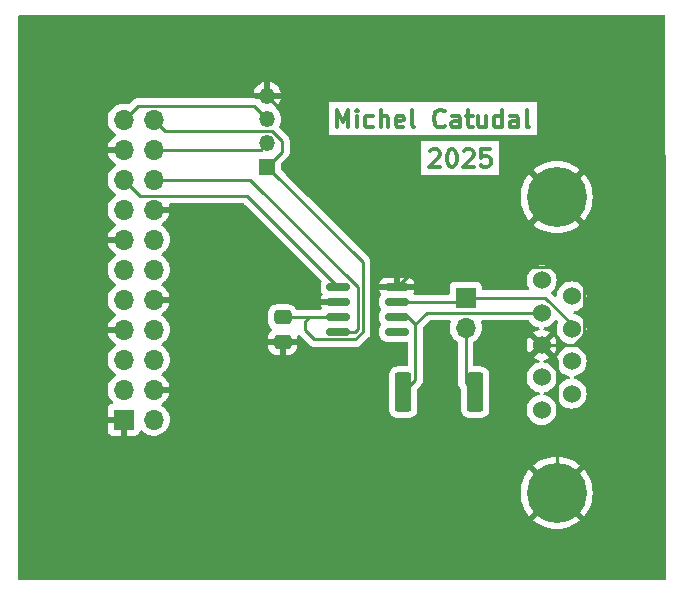
<source format=gtl>
G04 #@! TF.GenerationSoftware,KiCad,Pcbnew,8.0.6*
G04 #@! TF.CreationDate,2024-12-29T11:18:31-05:00*
G04 #@! TF.ProjectId,Beagley-ai-1CAN,42656167-6c65-4792-9d61-692d3143414e,rev?*
G04 #@! TF.SameCoordinates,Original*
G04 #@! TF.FileFunction,Copper,L1,Top*
G04 #@! TF.FilePolarity,Positive*
%FSLAX46Y46*%
G04 Gerber Fmt 4.6, Leading zero omitted, Abs format (unit mm)*
G04 Created by KiCad (PCBNEW 8.0.6) date 2024-12-29 11:18:31*
%MOMM*%
%LPD*%
G01*
G04 APERTURE LIST*
G04 Aperture macros list*
%AMRoundRect*
0 Rectangle with rounded corners*
0 $1 Rounding radius*
0 $2 $3 $4 $5 $6 $7 $8 $9 X,Y pos of 4 corners*
0 Add a 4 corners polygon primitive as box body*
4,1,4,$2,$3,$4,$5,$6,$7,$8,$9,$2,$3,0*
0 Add four circle primitives for the rounded corners*
1,1,$1+$1,$2,$3*
1,1,$1+$1,$4,$5*
1,1,$1+$1,$6,$7*
1,1,$1+$1,$8,$9*
0 Add four rect primitives between the rounded corners*
20,1,$1+$1,$2,$3,$4,$5,0*
20,1,$1+$1,$4,$5,$6,$7,0*
20,1,$1+$1,$6,$7,$8,$9,0*
20,1,$1+$1,$8,$9,$2,$3,0*%
G04 Aperture macros list end*
%ADD10C,0.300000*%
G04 #@! TA.AperFunction,NonConductor*
%ADD11C,0.300000*%
G04 #@! TD*
G04 #@! TA.AperFunction,SMDPad,CuDef*
%ADD12RoundRect,0.250000X-0.475000X0.337500X-0.475000X-0.337500X0.475000X-0.337500X0.475000X0.337500X0*%
G04 #@! TD*
G04 #@! TA.AperFunction,ComponentPad*
%ADD13R,1.700000X1.700000*%
G04 #@! TD*
G04 #@! TA.AperFunction,ComponentPad*
%ADD14O,1.700000X1.700000*%
G04 #@! TD*
G04 #@! TA.AperFunction,SMDPad,CuDef*
%ADD15RoundRect,0.150000X-0.825000X-0.150000X0.825000X-0.150000X0.825000X0.150000X-0.825000X0.150000X0*%
G04 #@! TD*
G04 #@! TA.AperFunction,SMDPad,CuDef*
%ADD16RoundRect,0.249999X0.450001X1.425001X-0.450001X1.425001X-0.450001X-1.425001X0.450001X-1.425001X0*%
G04 #@! TD*
G04 #@! TA.AperFunction,ComponentPad*
%ADD17R,1.350000X1.350000*%
G04 #@! TD*
G04 #@! TA.AperFunction,ComponentPad*
%ADD18O,1.350000X1.350000*%
G04 #@! TD*
G04 #@! TA.AperFunction,ComponentPad*
%ADD19C,1.524000*%
G04 #@! TD*
G04 #@! TA.AperFunction,ComponentPad*
%ADD20C,5.080000*%
G04 #@! TD*
G04 #@! TA.AperFunction,Conductor*
%ADD21C,0.250000*%
G04 #@! TD*
G04 APERTURE END LIST*
D10*
D11*
X106528571Y-45378328D02*
X106528571Y-43878328D01*
X106528571Y-43878328D02*
X107028571Y-44949757D01*
X107028571Y-44949757D02*
X107528571Y-43878328D01*
X107528571Y-43878328D02*
X107528571Y-45378328D01*
X108242857Y-45378328D02*
X108242857Y-44378328D01*
X108242857Y-43878328D02*
X108171429Y-43949757D01*
X108171429Y-43949757D02*
X108242857Y-44021185D01*
X108242857Y-44021185D02*
X108314286Y-43949757D01*
X108314286Y-43949757D02*
X108242857Y-43878328D01*
X108242857Y-43878328D02*
X108242857Y-44021185D01*
X109600001Y-45306900D02*
X109457143Y-45378328D01*
X109457143Y-45378328D02*
X109171429Y-45378328D01*
X109171429Y-45378328D02*
X109028572Y-45306900D01*
X109028572Y-45306900D02*
X108957143Y-45235471D01*
X108957143Y-45235471D02*
X108885715Y-45092614D01*
X108885715Y-45092614D02*
X108885715Y-44664042D01*
X108885715Y-44664042D02*
X108957143Y-44521185D01*
X108957143Y-44521185D02*
X109028572Y-44449757D01*
X109028572Y-44449757D02*
X109171429Y-44378328D01*
X109171429Y-44378328D02*
X109457143Y-44378328D01*
X109457143Y-44378328D02*
X109600001Y-44449757D01*
X110242857Y-45378328D02*
X110242857Y-43878328D01*
X110885715Y-45378328D02*
X110885715Y-44592614D01*
X110885715Y-44592614D02*
X110814286Y-44449757D01*
X110814286Y-44449757D02*
X110671429Y-44378328D01*
X110671429Y-44378328D02*
X110457143Y-44378328D01*
X110457143Y-44378328D02*
X110314286Y-44449757D01*
X110314286Y-44449757D02*
X110242857Y-44521185D01*
X112171429Y-45306900D02*
X112028572Y-45378328D01*
X112028572Y-45378328D02*
X111742858Y-45378328D01*
X111742858Y-45378328D02*
X111600000Y-45306900D01*
X111600000Y-45306900D02*
X111528572Y-45164042D01*
X111528572Y-45164042D02*
X111528572Y-44592614D01*
X111528572Y-44592614D02*
X111600000Y-44449757D01*
X111600000Y-44449757D02*
X111742858Y-44378328D01*
X111742858Y-44378328D02*
X112028572Y-44378328D01*
X112028572Y-44378328D02*
X112171429Y-44449757D01*
X112171429Y-44449757D02*
X112242858Y-44592614D01*
X112242858Y-44592614D02*
X112242858Y-44735471D01*
X112242858Y-44735471D02*
X111528572Y-44878328D01*
X113100000Y-45378328D02*
X112957143Y-45306900D01*
X112957143Y-45306900D02*
X112885714Y-45164042D01*
X112885714Y-45164042D02*
X112885714Y-43878328D01*
X115671428Y-45235471D02*
X115600000Y-45306900D01*
X115600000Y-45306900D02*
X115385714Y-45378328D01*
X115385714Y-45378328D02*
X115242857Y-45378328D01*
X115242857Y-45378328D02*
X115028571Y-45306900D01*
X115028571Y-45306900D02*
X114885714Y-45164042D01*
X114885714Y-45164042D02*
X114814285Y-45021185D01*
X114814285Y-45021185D02*
X114742857Y-44735471D01*
X114742857Y-44735471D02*
X114742857Y-44521185D01*
X114742857Y-44521185D02*
X114814285Y-44235471D01*
X114814285Y-44235471D02*
X114885714Y-44092614D01*
X114885714Y-44092614D02*
X115028571Y-43949757D01*
X115028571Y-43949757D02*
X115242857Y-43878328D01*
X115242857Y-43878328D02*
X115385714Y-43878328D01*
X115385714Y-43878328D02*
X115600000Y-43949757D01*
X115600000Y-43949757D02*
X115671428Y-44021185D01*
X116957143Y-45378328D02*
X116957143Y-44592614D01*
X116957143Y-44592614D02*
X116885714Y-44449757D01*
X116885714Y-44449757D02*
X116742857Y-44378328D01*
X116742857Y-44378328D02*
X116457143Y-44378328D01*
X116457143Y-44378328D02*
X116314285Y-44449757D01*
X116957143Y-45306900D02*
X116814285Y-45378328D01*
X116814285Y-45378328D02*
X116457143Y-45378328D01*
X116457143Y-45378328D02*
X116314285Y-45306900D01*
X116314285Y-45306900D02*
X116242857Y-45164042D01*
X116242857Y-45164042D02*
X116242857Y-45021185D01*
X116242857Y-45021185D02*
X116314285Y-44878328D01*
X116314285Y-44878328D02*
X116457143Y-44806900D01*
X116457143Y-44806900D02*
X116814285Y-44806900D01*
X116814285Y-44806900D02*
X116957143Y-44735471D01*
X117457143Y-44378328D02*
X118028571Y-44378328D01*
X117671428Y-43878328D02*
X117671428Y-45164042D01*
X117671428Y-45164042D02*
X117742857Y-45306900D01*
X117742857Y-45306900D02*
X117885714Y-45378328D01*
X117885714Y-45378328D02*
X118028571Y-45378328D01*
X119171429Y-44378328D02*
X119171429Y-45378328D01*
X118528571Y-44378328D02*
X118528571Y-45164042D01*
X118528571Y-45164042D02*
X118600000Y-45306900D01*
X118600000Y-45306900D02*
X118742857Y-45378328D01*
X118742857Y-45378328D02*
X118957143Y-45378328D01*
X118957143Y-45378328D02*
X119100000Y-45306900D01*
X119100000Y-45306900D02*
X119171429Y-45235471D01*
X120528572Y-45378328D02*
X120528572Y-43878328D01*
X120528572Y-45306900D02*
X120385714Y-45378328D01*
X120385714Y-45378328D02*
X120100000Y-45378328D01*
X120100000Y-45378328D02*
X119957143Y-45306900D01*
X119957143Y-45306900D02*
X119885714Y-45235471D01*
X119885714Y-45235471D02*
X119814286Y-45092614D01*
X119814286Y-45092614D02*
X119814286Y-44664042D01*
X119814286Y-44664042D02*
X119885714Y-44521185D01*
X119885714Y-44521185D02*
X119957143Y-44449757D01*
X119957143Y-44449757D02*
X120100000Y-44378328D01*
X120100000Y-44378328D02*
X120385714Y-44378328D01*
X120385714Y-44378328D02*
X120528572Y-44449757D01*
X121885715Y-45378328D02*
X121885715Y-44592614D01*
X121885715Y-44592614D02*
X121814286Y-44449757D01*
X121814286Y-44449757D02*
X121671429Y-44378328D01*
X121671429Y-44378328D02*
X121385715Y-44378328D01*
X121385715Y-44378328D02*
X121242857Y-44449757D01*
X121885715Y-45306900D02*
X121742857Y-45378328D01*
X121742857Y-45378328D02*
X121385715Y-45378328D01*
X121385715Y-45378328D02*
X121242857Y-45306900D01*
X121242857Y-45306900D02*
X121171429Y-45164042D01*
X121171429Y-45164042D02*
X121171429Y-45021185D01*
X121171429Y-45021185D02*
X121242857Y-44878328D01*
X121242857Y-44878328D02*
X121385715Y-44806900D01*
X121385715Y-44806900D02*
X121742857Y-44806900D01*
X121742857Y-44806900D02*
X121885715Y-44735471D01*
X122814286Y-45378328D02*
X122671429Y-45306900D01*
X122671429Y-45306900D02*
X122600000Y-45164042D01*
X122600000Y-45164042D02*
X122600000Y-43878328D01*
D10*
D11*
X114428572Y-47371185D02*
X114500000Y-47299757D01*
X114500000Y-47299757D02*
X114642858Y-47228328D01*
X114642858Y-47228328D02*
X115000000Y-47228328D01*
X115000000Y-47228328D02*
X115142858Y-47299757D01*
X115142858Y-47299757D02*
X115214286Y-47371185D01*
X115214286Y-47371185D02*
X115285715Y-47514042D01*
X115285715Y-47514042D02*
X115285715Y-47656900D01*
X115285715Y-47656900D02*
X115214286Y-47871185D01*
X115214286Y-47871185D02*
X114357143Y-48728328D01*
X114357143Y-48728328D02*
X115285715Y-48728328D01*
X116214286Y-47228328D02*
X116357143Y-47228328D01*
X116357143Y-47228328D02*
X116500000Y-47299757D01*
X116500000Y-47299757D02*
X116571429Y-47371185D01*
X116571429Y-47371185D02*
X116642857Y-47514042D01*
X116642857Y-47514042D02*
X116714286Y-47799757D01*
X116714286Y-47799757D02*
X116714286Y-48156900D01*
X116714286Y-48156900D02*
X116642857Y-48442614D01*
X116642857Y-48442614D02*
X116571429Y-48585471D01*
X116571429Y-48585471D02*
X116500000Y-48656900D01*
X116500000Y-48656900D02*
X116357143Y-48728328D01*
X116357143Y-48728328D02*
X116214286Y-48728328D01*
X116214286Y-48728328D02*
X116071429Y-48656900D01*
X116071429Y-48656900D02*
X116000000Y-48585471D01*
X116000000Y-48585471D02*
X115928571Y-48442614D01*
X115928571Y-48442614D02*
X115857143Y-48156900D01*
X115857143Y-48156900D02*
X115857143Y-47799757D01*
X115857143Y-47799757D02*
X115928571Y-47514042D01*
X115928571Y-47514042D02*
X116000000Y-47371185D01*
X116000000Y-47371185D02*
X116071429Y-47299757D01*
X116071429Y-47299757D02*
X116214286Y-47228328D01*
X117285714Y-47371185D02*
X117357142Y-47299757D01*
X117357142Y-47299757D02*
X117500000Y-47228328D01*
X117500000Y-47228328D02*
X117857142Y-47228328D01*
X117857142Y-47228328D02*
X118000000Y-47299757D01*
X118000000Y-47299757D02*
X118071428Y-47371185D01*
X118071428Y-47371185D02*
X118142857Y-47514042D01*
X118142857Y-47514042D02*
X118142857Y-47656900D01*
X118142857Y-47656900D02*
X118071428Y-47871185D01*
X118071428Y-47871185D02*
X117214285Y-48728328D01*
X117214285Y-48728328D02*
X118142857Y-48728328D01*
X119499999Y-47228328D02*
X118785713Y-47228328D01*
X118785713Y-47228328D02*
X118714285Y-47942614D01*
X118714285Y-47942614D02*
X118785713Y-47871185D01*
X118785713Y-47871185D02*
X118928571Y-47799757D01*
X118928571Y-47799757D02*
X119285713Y-47799757D01*
X119285713Y-47799757D02*
X119428571Y-47871185D01*
X119428571Y-47871185D02*
X119499999Y-47942614D01*
X119499999Y-47942614D02*
X119571428Y-48085471D01*
X119571428Y-48085471D02*
X119571428Y-48442614D01*
X119571428Y-48442614D02*
X119499999Y-48585471D01*
X119499999Y-48585471D02*
X119428571Y-48656900D01*
X119428571Y-48656900D02*
X119285713Y-48728328D01*
X119285713Y-48728328D02*
X118928571Y-48728328D01*
X118928571Y-48728328D02*
X118785713Y-48656900D01*
X118785713Y-48656900D02*
X118714285Y-48585471D01*
D12*
X101950000Y-61462500D03*
X101950000Y-63537500D03*
D13*
X88490000Y-70120000D03*
D14*
X91030000Y-70120000D03*
X88490000Y-67580000D03*
X91030000Y-67580000D03*
X88490000Y-65040000D03*
X91030000Y-65040000D03*
X88490000Y-62500000D03*
X91030000Y-62500000D03*
X88490000Y-59960000D03*
X91030000Y-59960000D03*
X88490000Y-57420000D03*
X91030000Y-57420000D03*
X88490000Y-54880000D03*
X91030000Y-54880000D03*
X88490000Y-52340000D03*
X91030000Y-52340000D03*
X88490000Y-49800000D03*
X91030000Y-49800000D03*
X88490000Y-47260000D03*
X91030000Y-47260000D03*
X88490000Y-44720000D03*
X91030000Y-44720000D03*
D15*
X106675000Y-58895000D03*
X106675000Y-60165000D03*
X106675000Y-61435000D03*
X106675000Y-62705000D03*
X111625000Y-62705000D03*
X111625000Y-61435000D03*
X111625000Y-60165000D03*
X111625000Y-58895000D03*
D16*
X118250000Y-67800000D03*
X112150000Y-67800000D03*
D17*
X100650000Y-48700000D03*
D18*
X100650000Y-46700000D03*
X100650000Y-44700000D03*
X100650000Y-42700000D03*
D19*
X123880000Y-58313600D03*
X123880000Y-61056800D03*
X123880000Y-63800000D03*
X123880000Y-66543200D03*
X123880000Y-69286400D03*
X126420000Y-59685200D03*
X126420000Y-62428400D03*
X126420000Y-65171600D03*
X126420000Y-67914800D03*
D20*
X125150000Y-51277800D03*
X125150000Y-76322200D03*
D13*
X117450000Y-59800000D03*
D14*
X117450000Y-62340000D03*
D21*
X98637500Y-63537500D02*
X98050000Y-62950000D01*
X101950000Y-63537500D02*
X98637500Y-63537500D01*
X98050000Y-60010000D02*
X98100000Y-59960000D01*
X91030000Y-59960000D02*
X98100000Y-59960000D01*
X98100000Y-59960000D02*
X104610000Y-59960000D01*
X98050000Y-62950000D02*
X98050000Y-60010000D01*
X101950000Y-61462500D02*
X104187500Y-61462500D01*
X104187500Y-61462500D02*
X104215000Y-61435000D01*
X111625000Y-58895000D02*
X113293400Y-57226600D01*
X113293400Y-57226600D02*
X127423400Y-57226600D01*
X100650000Y-42700000D02*
X111625000Y-53675000D01*
X127507000Y-53634800D02*
X127507000Y-59500000D01*
X111625000Y-53675000D02*
X111625000Y-58895000D01*
X127507000Y-62878651D02*
X126585651Y-63800000D01*
X104815000Y-60165000D02*
X106675000Y-60165000D01*
X125150000Y-65070000D02*
X125150000Y-76322200D01*
X127507000Y-59500000D02*
X127507000Y-62878651D01*
X127450000Y-57200000D02*
X127507000Y-57257000D01*
X104610000Y-59960000D02*
X104815000Y-60165000D01*
X127423400Y-57226600D02*
X127450000Y-57200000D01*
X125150000Y-51277800D02*
X127507000Y-53634800D01*
X126585651Y-63800000D02*
X123880000Y-63800000D01*
X123880000Y-63800000D02*
X125150000Y-65070000D01*
X127507000Y-57257000D02*
X127507000Y-59500000D01*
X91030000Y-44720000D02*
X92010000Y-45700000D01*
X108120000Y-63330000D02*
X104630000Y-63330000D01*
X103812500Y-62512500D02*
X103812500Y-61837500D01*
X108750000Y-62700000D02*
X108120000Y-63330000D01*
X101900000Y-47450000D02*
X100650000Y-48700000D01*
X103812500Y-61837500D02*
X104215000Y-61435000D01*
X100650000Y-48700000D02*
X108750000Y-56800000D01*
X108750000Y-56800000D02*
X108750000Y-62700000D01*
X104215000Y-61435000D02*
X106675000Y-61435000D01*
X104630000Y-63330000D02*
X103812500Y-62512500D01*
X92010000Y-45700000D02*
X101064214Y-45700000D01*
X101064214Y-45700000D02*
X101900000Y-46535786D01*
X101900000Y-46535786D02*
X101900000Y-47450000D01*
X112599999Y-61435000D02*
X113200000Y-62035001D01*
X113200000Y-62035001D02*
X114178201Y-61056800D01*
X114178201Y-61056800D02*
X123880000Y-61056800D01*
X111625000Y-61435000D02*
X112599999Y-61435000D01*
X113200000Y-66750000D02*
X112150000Y-67800000D01*
X113200000Y-62035001D02*
X113200000Y-66750000D01*
X88490000Y-44720000D02*
X89665000Y-43545000D01*
X99495000Y-43545000D02*
X100650000Y-44700000D01*
X89665000Y-43545000D02*
X99495000Y-43545000D01*
X91030000Y-47260000D02*
X100090000Y-47260000D01*
X100090000Y-47260000D02*
X100650000Y-46700000D01*
X117450000Y-67000000D02*
X118250000Y-67800000D01*
X117450000Y-62340000D02*
X117450000Y-67000000D01*
X111625000Y-60165000D02*
X117085000Y-60165000D01*
X117085000Y-60165000D02*
X117450000Y-59800000D01*
X126420000Y-62059549D02*
X126420000Y-62428400D01*
X117450000Y-59800000D02*
X124160451Y-59800000D01*
X124160451Y-59800000D02*
X126420000Y-62059549D01*
X108300000Y-58869092D02*
X108300000Y-62450000D01*
X108045000Y-62705000D02*
X106675000Y-62705000D01*
X91030000Y-49800000D02*
X99230908Y-49800000D01*
X99230908Y-49800000D02*
X108300000Y-58869092D01*
X108300000Y-62450000D02*
X108045000Y-62705000D01*
X89855000Y-51165000D02*
X98945000Y-51165000D01*
X88490000Y-49800000D02*
X89855000Y-51165000D01*
X98945000Y-51165000D02*
X106675000Y-58895000D01*
G04 #@! TA.AperFunction,Conductor*
G36*
X134292486Y-35895502D02*
G01*
X134338979Y-35949158D01*
X134350365Y-36001369D01*
X134374500Y-59243383D01*
X134374500Y-83598500D01*
X134354498Y-83666621D01*
X134300842Y-83713114D01*
X134248500Y-83724500D01*
X79651500Y-83724500D01*
X79583379Y-83704498D01*
X79536886Y-83650842D01*
X79525500Y-83598500D01*
X79525500Y-76322200D01*
X122097197Y-76322200D01*
X122116391Y-76664002D01*
X122173735Y-77001506D01*
X122268511Y-77330481D01*
X122399519Y-77646760D01*
X122399522Y-77646765D01*
X122565115Y-77946385D01*
X122763215Y-78225581D01*
X122763231Y-78225601D01*
X122821823Y-78291166D01*
X123816856Y-77296133D01*
X123890688Y-77397754D01*
X124074446Y-77581512D01*
X124176065Y-77655342D01*
X123181032Y-78650375D01*
X123246598Y-78708968D01*
X123246618Y-78708984D01*
X123525814Y-78907084D01*
X123825434Y-79072677D01*
X123825439Y-79072680D01*
X124141718Y-79203688D01*
X124470693Y-79298464D01*
X124808197Y-79355808D01*
X125150000Y-79375002D01*
X125491802Y-79355808D01*
X125829306Y-79298464D01*
X126158281Y-79203688D01*
X126474560Y-79072680D01*
X126474565Y-79072677D01*
X126774185Y-78907084D01*
X127053385Y-78708981D01*
X127053387Y-78708980D01*
X127118965Y-78650375D01*
X126123933Y-77655343D01*
X126225554Y-77581512D01*
X126409312Y-77397754D01*
X126483143Y-77296133D01*
X127478175Y-78291165D01*
X127536780Y-78225587D01*
X127536781Y-78225585D01*
X127734884Y-77946385D01*
X127900477Y-77646765D01*
X127900480Y-77646760D01*
X128031488Y-77330481D01*
X128126264Y-77001506D01*
X128183608Y-76664002D01*
X128202802Y-76322200D01*
X128183608Y-75980397D01*
X128126264Y-75642893D01*
X128031488Y-75313918D01*
X127900480Y-74997639D01*
X127900477Y-74997634D01*
X127734884Y-74698014D01*
X127536784Y-74418818D01*
X127536768Y-74418798D01*
X127478175Y-74353232D01*
X126483142Y-75348264D01*
X126409312Y-75246646D01*
X126225554Y-75062888D01*
X126123933Y-74989056D01*
X127118966Y-73994023D01*
X127053401Y-73935431D01*
X127053381Y-73935415D01*
X126774185Y-73737315D01*
X126474565Y-73571722D01*
X126474560Y-73571719D01*
X126158281Y-73440711D01*
X125829306Y-73345935D01*
X125491802Y-73288591D01*
X125150000Y-73269397D01*
X124808197Y-73288591D01*
X124470693Y-73345935D01*
X124141718Y-73440711D01*
X123825439Y-73571719D01*
X123825434Y-73571722D01*
X123525819Y-73737313D01*
X123246605Y-73935426D01*
X123181032Y-73994023D01*
X124176065Y-74989056D01*
X124074446Y-75062888D01*
X123890688Y-75246646D01*
X123816856Y-75348265D01*
X122821823Y-74353232D01*
X122763226Y-74418805D01*
X122565113Y-74698019D01*
X122399522Y-74997634D01*
X122399519Y-74997639D01*
X122268511Y-75313918D01*
X122173735Y-75642893D01*
X122116391Y-75980397D01*
X122097197Y-76322200D01*
X79525500Y-76322200D01*
X79525500Y-44720000D01*
X87126844Y-44720000D01*
X87144253Y-44930095D01*
X87145437Y-44944375D01*
X87200702Y-45162612D01*
X87200703Y-45162613D01*
X87200704Y-45162616D01*
X87272239Y-45325701D01*
X87291141Y-45368793D01*
X87414275Y-45557265D01*
X87414279Y-45557270D01*
X87566762Y-45722908D01*
X87621331Y-45765381D01*
X87744424Y-45861189D01*
X87778205Y-45879470D01*
X87828596Y-45929482D01*
X87843949Y-45998799D01*
X87819389Y-46065412D01*
X87778209Y-46101096D01*
X87744704Y-46119228D01*
X87744698Y-46119232D01*
X87567097Y-46257465D01*
X87414674Y-46423041D01*
X87291580Y-46611451D01*
X87201179Y-46817543D01*
X87201176Y-46817550D01*
X87153455Y-47005999D01*
X87153456Y-47006000D01*
X88059297Y-47006000D01*
X88024075Y-47067007D01*
X87990000Y-47194174D01*
X87990000Y-47325826D01*
X88024075Y-47452993D01*
X88059297Y-47514000D01*
X87153455Y-47514000D01*
X87201176Y-47702449D01*
X87201179Y-47702456D01*
X87291580Y-47908548D01*
X87414674Y-48096958D01*
X87567097Y-48262534D01*
X87744698Y-48400767D01*
X87744704Y-48400771D01*
X87778207Y-48418902D01*
X87828597Y-48468915D01*
X87843949Y-48538232D01*
X87819388Y-48604845D01*
X87778207Y-48640528D01*
X87744430Y-48658807D01*
X87744424Y-48658811D01*
X87566762Y-48797091D01*
X87414279Y-48962729D01*
X87414275Y-48962734D01*
X87291141Y-49151206D01*
X87200703Y-49357386D01*
X87200702Y-49357387D01*
X87145437Y-49575624D01*
X87145436Y-49575630D01*
X87145436Y-49575632D01*
X87126844Y-49800000D01*
X87140555Y-49965468D01*
X87145437Y-50024375D01*
X87200702Y-50242612D01*
X87200703Y-50242613D01*
X87200704Y-50242616D01*
X87275216Y-50412488D01*
X87291141Y-50448793D01*
X87414275Y-50637265D01*
X87414279Y-50637270D01*
X87566762Y-50802908D01*
X87621331Y-50845381D01*
X87744424Y-50941189D01*
X87777680Y-50959186D01*
X87828071Y-51009200D01*
X87843423Y-51078516D01*
X87818862Y-51145129D01*
X87777680Y-51180814D01*
X87744426Y-51198810D01*
X87744424Y-51198811D01*
X87566762Y-51337091D01*
X87414279Y-51502729D01*
X87414275Y-51502734D01*
X87291141Y-51691206D01*
X87200703Y-51897386D01*
X87200702Y-51897387D01*
X87145437Y-52115624D01*
X87145436Y-52115630D01*
X87145436Y-52115632D01*
X87126844Y-52340000D01*
X87143177Y-52537112D01*
X87145437Y-52564375D01*
X87200702Y-52782612D01*
X87200703Y-52782613D01*
X87200704Y-52782616D01*
X87291140Y-52988791D01*
X87291141Y-52988793D01*
X87414275Y-53177265D01*
X87414279Y-53177270D01*
X87566762Y-53342908D01*
X87621331Y-53385381D01*
X87744424Y-53481189D01*
X87778205Y-53499470D01*
X87828596Y-53549482D01*
X87843949Y-53618799D01*
X87819389Y-53685412D01*
X87778209Y-53721096D01*
X87744704Y-53739228D01*
X87744698Y-53739232D01*
X87567097Y-53877465D01*
X87414674Y-54043041D01*
X87291580Y-54231451D01*
X87201179Y-54437543D01*
X87201176Y-54437550D01*
X87153455Y-54625999D01*
X87153456Y-54626000D01*
X88059297Y-54626000D01*
X88024075Y-54687007D01*
X87990000Y-54814174D01*
X87990000Y-54945826D01*
X88024075Y-55072993D01*
X88059297Y-55134000D01*
X87153455Y-55134000D01*
X87201176Y-55322449D01*
X87201179Y-55322456D01*
X87291580Y-55528548D01*
X87414674Y-55716958D01*
X87567097Y-55882534D01*
X87744698Y-56020767D01*
X87744704Y-56020771D01*
X87778207Y-56038902D01*
X87828597Y-56088915D01*
X87843949Y-56158232D01*
X87819388Y-56224845D01*
X87778207Y-56260528D01*
X87744430Y-56278807D01*
X87744424Y-56278811D01*
X87566762Y-56417091D01*
X87414279Y-56582729D01*
X87414275Y-56582734D01*
X87291141Y-56771206D01*
X87200703Y-56977386D01*
X87200702Y-56977387D01*
X87145437Y-57195624D01*
X87145436Y-57195630D01*
X87145436Y-57195632D01*
X87126844Y-57420000D01*
X87132271Y-57485498D01*
X87145437Y-57644375D01*
X87200702Y-57862612D01*
X87200703Y-57862613D01*
X87200704Y-57862616D01*
X87220000Y-57906606D01*
X87291141Y-58068793D01*
X87414275Y-58257265D01*
X87414279Y-58257270D01*
X87566762Y-58422908D01*
X87621331Y-58465381D01*
X87744424Y-58561189D01*
X87777680Y-58579186D01*
X87828071Y-58629200D01*
X87843423Y-58698516D01*
X87818862Y-58765129D01*
X87777680Y-58800813D01*
X87744426Y-58818810D01*
X87744424Y-58818811D01*
X87566762Y-58957091D01*
X87414279Y-59122729D01*
X87414275Y-59122734D01*
X87291141Y-59311206D01*
X87200703Y-59517386D01*
X87200702Y-59517387D01*
X87145437Y-59735624D01*
X87145436Y-59735630D01*
X87145436Y-59735632D01*
X87126844Y-59960000D01*
X87142836Y-60152993D01*
X87145437Y-60184375D01*
X87200702Y-60402612D01*
X87200703Y-60402613D01*
X87200704Y-60402616D01*
X87291140Y-60608791D01*
X87291141Y-60608793D01*
X87414275Y-60797265D01*
X87414279Y-60797270D01*
X87566762Y-60962908D01*
X87576618Y-60970579D01*
X87744424Y-61101189D01*
X87778205Y-61119470D01*
X87828596Y-61169482D01*
X87843949Y-61238799D01*
X87819389Y-61305412D01*
X87778209Y-61341096D01*
X87744704Y-61359228D01*
X87744698Y-61359232D01*
X87567097Y-61497465D01*
X87414674Y-61663041D01*
X87291580Y-61851451D01*
X87201179Y-62057543D01*
X87201176Y-62057550D01*
X87153455Y-62245999D01*
X87153456Y-62246000D01*
X88059297Y-62246000D01*
X88024075Y-62307007D01*
X87990000Y-62434174D01*
X87990000Y-62565826D01*
X88024075Y-62692993D01*
X88059297Y-62754000D01*
X87153455Y-62754000D01*
X87201176Y-62942449D01*
X87201179Y-62942456D01*
X87291580Y-63148548D01*
X87414674Y-63336958D01*
X87567097Y-63502534D01*
X87744698Y-63640767D01*
X87744704Y-63640771D01*
X87778207Y-63658902D01*
X87828597Y-63708915D01*
X87843949Y-63778232D01*
X87819388Y-63844845D01*
X87778207Y-63880528D01*
X87744430Y-63898807D01*
X87744424Y-63898811D01*
X87566762Y-64037091D01*
X87414279Y-64202729D01*
X87414275Y-64202734D01*
X87291141Y-64391206D01*
X87200703Y-64597386D01*
X87200702Y-64597387D01*
X87145437Y-64815624D01*
X87145436Y-64815630D01*
X87145436Y-64815632D01*
X87126844Y-65040000D01*
X87144750Y-65256095D01*
X87145437Y-65264375D01*
X87200702Y-65482612D01*
X87200703Y-65482613D01*
X87200704Y-65482616D01*
X87289781Y-65685692D01*
X87291141Y-65688793D01*
X87414275Y-65877265D01*
X87414279Y-65877270D01*
X87566762Y-66042908D01*
X87578779Y-66052261D01*
X87744424Y-66181189D01*
X87777680Y-66199186D01*
X87828071Y-66249200D01*
X87843423Y-66318516D01*
X87818862Y-66385129D01*
X87777680Y-66420813D01*
X87744426Y-66438810D01*
X87744424Y-66438811D01*
X87566762Y-66577091D01*
X87414279Y-66742729D01*
X87414275Y-66742734D01*
X87291141Y-66931206D01*
X87200703Y-67137386D01*
X87200702Y-67137387D01*
X87145437Y-67355624D01*
X87145436Y-67355630D01*
X87145436Y-67355632D01*
X87126844Y-67580000D01*
X87142836Y-67772993D01*
X87145437Y-67804375D01*
X87200702Y-68022612D01*
X87200703Y-68022613D01*
X87200704Y-68022616D01*
X87291140Y-68228791D01*
X87291141Y-68228793D01*
X87414275Y-68417265D01*
X87414279Y-68417270D01*
X87557841Y-68573217D01*
X87589262Y-68636882D01*
X87581276Y-68707428D01*
X87536417Y-68762457D01*
X87509173Y-68776610D01*
X87394039Y-68819553D01*
X87394034Y-68819555D01*
X87277095Y-68907095D01*
X87189555Y-69024034D01*
X87189555Y-69024035D01*
X87138505Y-69160906D01*
X87132000Y-69221402D01*
X87132000Y-69866000D01*
X88059297Y-69866000D01*
X88024075Y-69927007D01*
X87990000Y-70054174D01*
X87990000Y-70185826D01*
X88024075Y-70312993D01*
X88059297Y-70374000D01*
X87132000Y-70374000D01*
X87132000Y-71018597D01*
X87138505Y-71079093D01*
X87189555Y-71215964D01*
X87189555Y-71215965D01*
X87277095Y-71332904D01*
X87394034Y-71420444D01*
X87530906Y-71471494D01*
X87591402Y-71477999D01*
X87591415Y-71478000D01*
X88236000Y-71478000D01*
X88236000Y-70550702D01*
X88297007Y-70585925D01*
X88424174Y-70620000D01*
X88555826Y-70620000D01*
X88682993Y-70585925D01*
X88744000Y-70550702D01*
X88744000Y-71478000D01*
X89388585Y-71478000D01*
X89388597Y-71477999D01*
X89449093Y-71471494D01*
X89585964Y-71420444D01*
X89585965Y-71420444D01*
X89702904Y-71332904D01*
X89790444Y-71215965D01*
X89834618Y-71097530D01*
X89877165Y-71040694D01*
X89943685Y-71015883D01*
X90013059Y-71030974D01*
X90045372Y-71056222D01*
X90066427Y-71079093D01*
X90106762Y-71122908D01*
X90161331Y-71165381D01*
X90284424Y-71261189D01*
X90482426Y-71368342D01*
X90482427Y-71368342D01*
X90482428Y-71368343D01*
X90594227Y-71406723D01*
X90695365Y-71441444D01*
X90917431Y-71478500D01*
X90917435Y-71478500D01*
X91142565Y-71478500D01*
X91142569Y-71478500D01*
X91364635Y-71441444D01*
X91577574Y-71368342D01*
X91775576Y-71261189D01*
X91953240Y-71122906D01*
X92105722Y-70957268D01*
X92228860Y-70768791D01*
X92319296Y-70562616D01*
X92374564Y-70344368D01*
X92393156Y-70120000D01*
X92374564Y-69895632D01*
X92330745Y-69722596D01*
X92319297Y-69677387D01*
X92319296Y-69677386D01*
X92319296Y-69677384D01*
X92228860Y-69471209D01*
X92168892Y-69379421D01*
X92105724Y-69282734D01*
X92105720Y-69282729D01*
X91953237Y-69117091D01*
X91833679Y-69024035D01*
X91775576Y-68978811D01*
X91741792Y-68960528D01*
X91691402Y-68910516D01*
X91676050Y-68841199D01*
X91700610Y-68774586D01*
X91741793Y-68738901D01*
X91775300Y-68720767D01*
X91775301Y-68720767D01*
X91952902Y-68582534D01*
X92105325Y-68416958D01*
X92228419Y-68228548D01*
X92318820Y-68022456D01*
X92318823Y-68022449D01*
X92366544Y-67834000D01*
X91460703Y-67834000D01*
X91495925Y-67772993D01*
X91530000Y-67645826D01*
X91530000Y-67514174D01*
X91495925Y-67387007D01*
X91460703Y-67326000D01*
X92366544Y-67326000D01*
X92366544Y-67325999D01*
X92318823Y-67137550D01*
X92318820Y-67137543D01*
X92228419Y-66931451D01*
X92105325Y-66743041D01*
X91952902Y-66577465D01*
X91775301Y-66439232D01*
X91775300Y-66439231D01*
X91741791Y-66421097D01*
X91691401Y-66371083D01*
X91676050Y-66301766D01*
X91700612Y-66235153D01*
X91741790Y-66199472D01*
X91775576Y-66181189D01*
X91953240Y-66042906D01*
X92105722Y-65877268D01*
X92228860Y-65688791D01*
X92319296Y-65482616D01*
X92374564Y-65264368D01*
X92393156Y-65040000D01*
X92374564Y-64815632D01*
X92354248Y-64735406D01*
X92319297Y-64597387D01*
X92319296Y-64597386D01*
X92319296Y-64597384D01*
X92228860Y-64391209D01*
X92222140Y-64380924D01*
X92105724Y-64202734D01*
X92105720Y-64202729D01*
X91953237Y-64037091D01*
X91827408Y-63939154D01*
X91809886Y-63925516D01*
X100717000Y-63925516D01*
X100727605Y-64029318D01*
X100727606Y-64029321D01*
X100783342Y-64197525D01*
X100876365Y-64348339D01*
X100876370Y-64348345D01*
X101001654Y-64473629D01*
X101001660Y-64473634D01*
X101152474Y-64566657D01*
X101320678Y-64622393D01*
X101320681Y-64622394D01*
X101424483Y-64632999D01*
X101424483Y-64633000D01*
X101696000Y-64633000D01*
X102204000Y-64633000D01*
X102475517Y-64633000D01*
X102475516Y-64632999D01*
X102579318Y-64622394D01*
X102579321Y-64622393D01*
X102747525Y-64566657D01*
X102898339Y-64473634D01*
X102898345Y-64473629D01*
X103023629Y-64348345D01*
X103023634Y-64348339D01*
X103116657Y-64197525D01*
X103172393Y-64029321D01*
X103172394Y-64029318D01*
X103182999Y-63925516D01*
X103183000Y-63925516D01*
X103183000Y-63791500D01*
X102204000Y-63791500D01*
X102204000Y-64633000D01*
X101696000Y-64633000D01*
X101696000Y-63791500D01*
X100717000Y-63791500D01*
X100717000Y-63925516D01*
X91809886Y-63925516D01*
X91775576Y-63898811D01*
X91761883Y-63891401D01*
X91742320Y-63880814D01*
X91691929Y-63830802D01*
X91676576Y-63761485D01*
X91701136Y-63694872D01*
X91742320Y-63659186D01*
X91742847Y-63658901D01*
X91775576Y-63641189D01*
X91953240Y-63502906D01*
X92105722Y-63337268D01*
X92105927Y-63336955D01*
X92155023Y-63261807D01*
X92228860Y-63148791D01*
X92319296Y-62942616D01*
X92374564Y-62724368D01*
X92393156Y-62500000D01*
X92374564Y-62275632D01*
X92335846Y-62122738D01*
X92319297Y-62057387D01*
X92319296Y-62057386D01*
X92319296Y-62057384D01*
X92228860Y-61851209D01*
X92189343Y-61790723D01*
X92105724Y-61662734D01*
X92105720Y-61662729D01*
X91989570Y-61536559D01*
X91953240Y-61497094D01*
X91953239Y-61497093D01*
X91953237Y-61497091D01*
X91871382Y-61433381D01*
X91775576Y-61358811D01*
X91741792Y-61340528D01*
X91691402Y-61290516D01*
X91676050Y-61221199D01*
X91700610Y-61154586D01*
X91741793Y-61118901D01*
X91775300Y-61100767D01*
X91775301Y-61100767D01*
X91952902Y-60962534D01*
X92105325Y-60796958D01*
X92228419Y-60608548D01*
X92318820Y-60402456D01*
X92318823Y-60402449D01*
X92366544Y-60214000D01*
X91460703Y-60214000D01*
X91495925Y-60152993D01*
X91530000Y-60025826D01*
X91530000Y-59894174D01*
X91495925Y-59767007D01*
X91460703Y-59706000D01*
X92366544Y-59706000D01*
X92366544Y-59705999D01*
X92318823Y-59517550D01*
X92318820Y-59517543D01*
X92228419Y-59311451D01*
X92105325Y-59123041D01*
X91952902Y-58957465D01*
X91775301Y-58819232D01*
X91775300Y-58819231D01*
X91741791Y-58801097D01*
X91691401Y-58751083D01*
X91676050Y-58681766D01*
X91700612Y-58615153D01*
X91741790Y-58579472D01*
X91775576Y-58561189D01*
X91953240Y-58422906D01*
X92105722Y-58257268D01*
X92228860Y-58068791D01*
X92319296Y-57862616D01*
X92374564Y-57644368D01*
X92393156Y-57420000D01*
X92374564Y-57195632D01*
X92354186Y-57115160D01*
X92319297Y-56977387D01*
X92319296Y-56977386D01*
X92319296Y-56977384D01*
X92228860Y-56771209D01*
X92222140Y-56760924D01*
X92105724Y-56582734D01*
X92105720Y-56582729D01*
X91953237Y-56417091D01*
X91812986Y-56307929D01*
X91775576Y-56278811D01*
X91742319Y-56260813D01*
X91691929Y-56210802D01*
X91676576Y-56141485D01*
X91701136Y-56074872D01*
X91742320Y-56039186D01*
X91742847Y-56038901D01*
X91775576Y-56021189D01*
X91953240Y-55882906D01*
X92105722Y-55717268D01*
X92105927Y-55716955D01*
X92194816Y-55580899D01*
X92228860Y-55528791D01*
X92319296Y-55322616D01*
X92374564Y-55104368D01*
X92393156Y-54880000D01*
X92374564Y-54655632D01*
X92319338Y-54437550D01*
X92319297Y-54437387D01*
X92319296Y-54437386D01*
X92319296Y-54437384D01*
X92228860Y-54231209D01*
X92181872Y-54159288D01*
X92105724Y-54042734D01*
X92105720Y-54042729D01*
X91989570Y-53916559D01*
X91953240Y-53877094D01*
X91953239Y-53877093D01*
X91953237Y-53877091D01*
X91871382Y-53813381D01*
X91775576Y-53738811D01*
X91741792Y-53720528D01*
X91691402Y-53670516D01*
X91676050Y-53601199D01*
X91700610Y-53534586D01*
X91741793Y-53498901D01*
X91775300Y-53480767D01*
X91775301Y-53480767D01*
X91952902Y-53342534D01*
X92105325Y-53176958D01*
X92228419Y-52988548D01*
X92318820Y-52782456D01*
X92318823Y-52782449D01*
X92366544Y-52594000D01*
X91460703Y-52594000D01*
X91495925Y-52532993D01*
X91530000Y-52405826D01*
X91530000Y-52274174D01*
X91495925Y-52147007D01*
X91460703Y-52086000D01*
X92366544Y-52086000D01*
X92366544Y-52085999D01*
X92333480Y-51955431D01*
X92336147Y-51884485D01*
X92376747Y-51826243D01*
X92442391Y-51799197D01*
X92455624Y-51798500D01*
X98630406Y-51798500D01*
X98698527Y-51818502D01*
X98719501Y-51835405D01*
X105218064Y-58333968D01*
X105252090Y-58396280D01*
X105247025Y-58467095D01*
X105243728Y-58473998D01*
X105244005Y-58474118D01*
X105240857Y-58481392D01*
X105194437Y-58641170D01*
X105194437Y-58641171D01*
X105191500Y-58678488D01*
X105191500Y-59111511D01*
X105194437Y-59148828D01*
X105194437Y-59148829D01*
X105240856Y-59308605D01*
X105325544Y-59451803D01*
X105326615Y-59453184D01*
X105327117Y-59454463D01*
X105329582Y-59458631D01*
X105328909Y-59459028D01*
X105352562Y-59519270D01*
X105338662Y-59588892D01*
X105326614Y-59607639D01*
X105325946Y-59608499D01*
X105241318Y-59751598D01*
X105195007Y-59911000D01*
X106803000Y-59911000D01*
X106871121Y-59931002D01*
X106917614Y-59984658D01*
X106929000Y-60037000D01*
X106929000Y-60293000D01*
X106908998Y-60361121D01*
X106855342Y-60407614D01*
X106803000Y-60419000D01*
X105195007Y-60419000D01*
X105241318Y-60578401D01*
X105260811Y-60611361D01*
X105278270Y-60680177D01*
X105255753Y-60747509D01*
X105200408Y-60791978D01*
X105152357Y-60801500D01*
X104152603Y-60801500D01*
X104090393Y-60813874D01*
X104030215Y-60825845D01*
X104030212Y-60825846D01*
X104026528Y-60826579D01*
X104001946Y-60829000D01*
X103203930Y-60829000D01*
X103135809Y-60808998D01*
X103096689Y-60769147D01*
X103091384Y-60760547D01*
X103024030Y-60651348D01*
X103024029Y-60651347D01*
X103024024Y-60651341D01*
X102898658Y-60525975D01*
X102898652Y-60525970D01*
X102864627Y-60504983D01*
X102747738Y-60432885D01*
X102663582Y-60404999D01*
X102579427Y-60377113D01*
X102579420Y-60377112D01*
X102475553Y-60366500D01*
X101424455Y-60366500D01*
X101320574Y-60377112D01*
X101152261Y-60432885D01*
X101001347Y-60525970D01*
X101001341Y-60525975D01*
X100875975Y-60651341D01*
X100875970Y-60651347D01*
X100782885Y-60802262D01*
X100727113Y-60970572D01*
X100727112Y-60970579D01*
X100716500Y-61074446D01*
X100716500Y-61850544D01*
X100727112Y-61954425D01*
X100782885Y-62122738D01*
X100875970Y-62273652D01*
X100875975Y-62273658D01*
X101001345Y-62399028D01*
X101004450Y-62401483D01*
X101006027Y-62403710D01*
X101006537Y-62404220D01*
X101006449Y-62404307D01*
X101045481Y-62459422D01*
X101048673Y-62530347D01*
X101013014Y-62591739D01*
X101004454Y-62599157D01*
X101001654Y-62601370D01*
X100876370Y-62726654D01*
X100876365Y-62726660D01*
X100783342Y-62877474D01*
X100727606Y-63045678D01*
X100727605Y-63045681D01*
X100717000Y-63149483D01*
X100717000Y-63283500D01*
X103183000Y-63283500D01*
X103183000Y-63149483D01*
X103176828Y-63089076D01*
X103189802Y-63019275D01*
X103238454Y-62967569D01*
X103307337Y-62950375D01*
X103374581Y-62973151D01*
X103391264Y-62987168D01*
X104226167Y-63822072D01*
X104329925Y-63891401D01*
X104411447Y-63925168D01*
X104445215Y-63939155D01*
X104567606Y-63963500D01*
X104567607Y-63963500D01*
X108182393Y-63963500D01*
X108182394Y-63963500D01*
X108304785Y-63939155D01*
X108420075Y-63891400D01*
X108523833Y-63822071D01*
X109242072Y-63103833D01*
X109311401Y-63000075D01*
X109359155Y-62884784D01*
X109377180Y-62794169D01*
X109383500Y-62762394D01*
X109383500Y-59948488D01*
X110141500Y-59948488D01*
X110141500Y-60381511D01*
X110144437Y-60418828D01*
X110144437Y-60418829D01*
X110190856Y-60578605D01*
X110275543Y-60721802D01*
X110276298Y-60722775D01*
X110276652Y-60723676D01*
X110279582Y-60728631D01*
X110278782Y-60729103D01*
X110302244Y-60788861D01*
X110288342Y-60858483D01*
X110276298Y-60877225D01*
X110275543Y-60878197D01*
X110190856Y-61021394D01*
X110144437Y-61181170D01*
X110144437Y-61181171D01*
X110141500Y-61218488D01*
X110141500Y-61651511D01*
X110144437Y-61688828D01*
X110144437Y-61688829D01*
X110190856Y-61848605D01*
X110275543Y-61991802D01*
X110276298Y-61992775D01*
X110276652Y-61993676D01*
X110279582Y-61998631D01*
X110278782Y-61999103D01*
X110302244Y-62058861D01*
X110288342Y-62128483D01*
X110276298Y-62147225D01*
X110275543Y-62148197D01*
X110190856Y-62291394D01*
X110144437Y-62451170D01*
X110144437Y-62451171D01*
X110141500Y-62488488D01*
X110141500Y-62921511D01*
X110144437Y-62958828D01*
X110144437Y-62958829D01*
X110190856Y-63118605D01*
X110275544Y-63261803D01*
X110275549Y-63261810D01*
X110393189Y-63379450D01*
X110393196Y-63379455D01*
X110536394Y-63464143D01*
X110536397Y-63464143D01*
X110536399Y-63464145D01*
X110696169Y-63510562D01*
X110733488Y-63513499D01*
X110733489Y-63513500D01*
X112440500Y-63513500D01*
X112508621Y-63533502D01*
X112555114Y-63587158D01*
X112566500Y-63639500D01*
X112566500Y-65490500D01*
X112546498Y-65558621D01*
X112492842Y-65605114D01*
X112440500Y-65616500D01*
X111649446Y-65616500D01*
X111545578Y-65627112D01*
X111545571Y-65627113D01*
X111377261Y-65682885D01*
X111226347Y-65775970D01*
X111226341Y-65775975D01*
X111100975Y-65901341D01*
X111100970Y-65901347D01*
X111007885Y-66052261D01*
X110952113Y-66220571D01*
X110952112Y-66220578D01*
X110941500Y-66324445D01*
X110941500Y-69275554D01*
X110941499Y-69275554D01*
X110952112Y-69379421D01*
X110952113Y-69379427D01*
X111007885Y-69547739D01*
X111100970Y-69698652D01*
X111100975Y-69698658D01*
X111226341Y-69824024D01*
X111226347Y-69824029D01*
X111226348Y-69824030D01*
X111377261Y-69917115D01*
X111545573Y-69972887D01*
X111585527Y-69976968D01*
X111649446Y-69983500D01*
X111649454Y-69983500D01*
X112650554Y-69983500D01*
X112709906Y-69977435D01*
X112754427Y-69972887D01*
X112922739Y-69917115D01*
X113073652Y-69824030D01*
X113199030Y-69698652D01*
X113292115Y-69547739D01*
X113347887Y-69379427D01*
X113352435Y-69334906D01*
X113358500Y-69275554D01*
X113358500Y-67539594D01*
X113378502Y-67471473D01*
X113395405Y-67450499D01*
X113519905Y-67325999D01*
X113692071Y-67153833D01*
X113761400Y-67050075D01*
X113809155Y-66934785D01*
X113833500Y-66812394D01*
X113833500Y-66687606D01*
X113833500Y-62349595D01*
X113853502Y-62281474D01*
X113870405Y-62260500D01*
X114403700Y-61727205D01*
X114466012Y-61693179D01*
X114492795Y-61690300D01*
X116058682Y-61690300D01*
X116126803Y-61710302D01*
X116173296Y-61763958D01*
X116183400Y-61834232D01*
X116174069Y-61866914D01*
X116160705Y-61897380D01*
X116160702Y-61897387D01*
X116105437Y-62115624D01*
X116105436Y-62115630D01*
X116105436Y-62115632D01*
X116086844Y-62340000D01*
X116104070Y-62547887D01*
X116105437Y-62564375D01*
X116160702Y-62782612D01*
X116160703Y-62782613D01*
X116160704Y-62782616D01*
X116241110Y-62965925D01*
X116251141Y-62988793D01*
X116374275Y-63177265D01*
X116374279Y-63177270D01*
X116452102Y-63261807D01*
X116521284Y-63336958D01*
X116526762Y-63342908D01*
X116615592Y-63412047D01*
X116704424Y-63481189D01*
X116750471Y-63506108D01*
X116800859Y-63556118D01*
X116816500Y-63616920D01*
X116816500Y-66937606D01*
X116816500Y-67062394D01*
X116840845Y-67184785D01*
X116888600Y-67300075D01*
X116957929Y-67403833D01*
X116957931Y-67403835D01*
X117004595Y-67450499D01*
X117038621Y-67512811D01*
X117041500Y-67539594D01*
X117041500Y-69275554D01*
X117041499Y-69275554D01*
X117052112Y-69379421D01*
X117052113Y-69379427D01*
X117107885Y-69547739D01*
X117200970Y-69698652D01*
X117200975Y-69698658D01*
X117326341Y-69824024D01*
X117326347Y-69824029D01*
X117326348Y-69824030D01*
X117477261Y-69917115D01*
X117645573Y-69972887D01*
X117685527Y-69976968D01*
X117749446Y-69983500D01*
X117749454Y-69983500D01*
X118750554Y-69983500D01*
X118809906Y-69977435D01*
X118854427Y-69972887D01*
X119022739Y-69917115D01*
X119173652Y-69824030D01*
X119299030Y-69698652D01*
X119392115Y-69547739D01*
X119447887Y-69379427D01*
X119452435Y-69334906D01*
X119458500Y-69275554D01*
X119458500Y-66324445D01*
X119450812Y-66249200D01*
X119447887Y-66220573D01*
X119392115Y-66052261D01*
X119299030Y-65901348D01*
X119299029Y-65901347D01*
X119299024Y-65901341D01*
X119173658Y-65775975D01*
X119173652Y-65775970D01*
X119088449Y-65723416D01*
X119022739Y-65682885D01*
X118938583Y-65654999D01*
X118854428Y-65627113D01*
X118854421Y-65627112D01*
X118750554Y-65616500D01*
X118750546Y-65616500D01*
X118209500Y-65616500D01*
X118141379Y-65596498D01*
X118094886Y-65542842D01*
X118083500Y-65490500D01*
X118083500Y-63616920D01*
X118103502Y-63548799D01*
X118149527Y-63506108D01*
X118195576Y-63481189D01*
X118373240Y-63342906D01*
X118525722Y-63177268D01*
X118648860Y-62988791D01*
X118739296Y-62782616D01*
X118794564Y-62564368D01*
X118813156Y-62340000D01*
X118794564Y-62115632D01*
X118790580Y-62099901D01*
X118739297Y-61897387D01*
X118739294Y-61897380D01*
X118725931Y-61866914D01*
X118716884Y-61796496D01*
X118747345Y-61732366D01*
X118807641Y-61694884D01*
X118841318Y-61690300D01*
X122706995Y-61690300D01*
X122775116Y-61710302D01*
X122810208Y-61744029D01*
X122896254Y-61866914D01*
X122903023Y-61876581D01*
X123060219Y-62033777D01*
X123060223Y-62033780D01*
X123060227Y-62033783D01*
X123126069Y-62079886D01*
X123242323Y-62161288D01*
X123443804Y-62255240D01*
X123636799Y-62306953D01*
X123697420Y-62343904D01*
X123728441Y-62407764D01*
X123720013Y-62478259D01*
X123674810Y-62533006D01*
X123636797Y-62550366D01*
X123443976Y-62602031D01*
X123443972Y-62602033D01*
X123242575Y-62695946D01*
X123179394Y-62740185D01*
X123748518Y-63309309D01*
X123683919Y-63326619D01*
X123568080Y-63393498D01*
X123473498Y-63488080D01*
X123406619Y-63603919D01*
X123389309Y-63668518D01*
X122820185Y-63099394D01*
X122775946Y-63162575D01*
X122682033Y-63363972D01*
X122682031Y-63363976D01*
X122624517Y-63578625D01*
X122605149Y-63800000D01*
X122624517Y-64021374D01*
X122682031Y-64236023D01*
X122682033Y-64236027D01*
X122775946Y-64437425D01*
X122820184Y-64500603D01*
X122820185Y-64500603D01*
X123389309Y-63931479D01*
X123406619Y-63996081D01*
X123473498Y-64111920D01*
X123568080Y-64206502D01*
X123683919Y-64273381D01*
X123748519Y-64290690D01*
X123179395Y-64859813D01*
X123179395Y-64859814D01*
X123242575Y-64904053D01*
X123242574Y-64904053D01*
X123443972Y-64997966D01*
X123443979Y-64997969D01*
X123636796Y-65049633D01*
X123697419Y-65086584D01*
X123728441Y-65150445D01*
X123720013Y-65220939D01*
X123674811Y-65275686D01*
X123636798Y-65293047D01*
X123443803Y-65344760D01*
X123443801Y-65344761D01*
X123242323Y-65438712D01*
X123060222Y-65566220D01*
X123060216Y-65566225D01*
X122903025Y-65723416D01*
X122903020Y-65723422D01*
X122775512Y-65905523D01*
X122707087Y-66052261D01*
X122681560Y-66107004D01*
X122624022Y-66321737D01*
X122604647Y-66543200D01*
X122624022Y-66764663D01*
X122654686Y-66879100D01*
X122681559Y-66979393D01*
X122681561Y-66979399D01*
X122775511Y-67180875D01*
X122775512Y-67180877D01*
X122903016Y-67362972D01*
X122903020Y-67362977D01*
X122903023Y-67362981D01*
X123060219Y-67520177D01*
X123060223Y-67520180D01*
X123060227Y-67520183D01*
X123087949Y-67539594D01*
X123242323Y-67647688D01*
X123443804Y-67741640D01*
X123635831Y-67793094D01*
X123696453Y-67830045D01*
X123727474Y-67893905D01*
X123719046Y-67964400D01*
X123673843Y-68019147D01*
X123635833Y-68036505D01*
X123525378Y-68066102D01*
X123443806Y-68087959D01*
X123443801Y-68087961D01*
X123242323Y-68181912D01*
X123060222Y-68309420D01*
X123060216Y-68309425D01*
X122903025Y-68466616D01*
X122903020Y-68466622D01*
X122775512Y-68648723D01*
X122681561Y-68850201D01*
X122681559Y-68850206D01*
X122675811Y-68871658D01*
X122624022Y-69064937D01*
X122604647Y-69286400D01*
X122624022Y-69507863D01*
X122663200Y-69654075D01*
X122681559Y-69722593D01*
X122681561Y-69722599D01*
X122775511Y-69924075D01*
X122775512Y-69924077D01*
X122903016Y-70106172D01*
X122903020Y-70106177D01*
X122903023Y-70106181D01*
X123060219Y-70263377D01*
X123060223Y-70263380D01*
X123060227Y-70263383D01*
X123131078Y-70312993D01*
X123242323Y-70390888D01*
X123443804Y-70484840D01*
X123658537Y-70542378D01*
X123880000Y-70561753D01*
X124101463Y-70542378D01*
X124316196Y-70484840D01*
X124517677Y-70390888D01*
X124699781Y-70263377D01*
X124856977Y-70106181D01*
X124984488Y-69924077D01*
X125078440Y-69722596D01*
X125135978Y-69507863D01*
X125155353Y-69286400D01*
X125135978Y-69064937D01*
X125078440Y-68850204D01*
X124984488Y-68648724D01*
X124856977Y-68466619D01*
X124699781Y-68309423D01*
X124699777Y-68309420D01*
X124699772Y-68309416D01*
X124517677Y-68181912D01*
X124517675Y-68181911D01*
X124316199Y-68087961D01*
X124316194Y-68087959D01*
X124250687Y-68070406D01*
X124124166Y-68036505D01*
X124063546Y-67999555D01*
X124032525Y-67935695D01*
X124040953Y-67865200D01*
X124086156Y-67810453D01*
X124124164Y-67793095D01*
X124316196Y-67741640D01*
X124517677Y-67647688D01*
X124699781Y-67520177D01*
X124856977Y-67362981D01*
X124984488Y-67180877D01*
X125078440Y-66979396D01*
X125135978Y-66764663D01*
X125155353Y-66543200D01*
X125135978Y-66321737D01*
X125078440Y-66107004D01*
X124984488Y-65905524D01*
X124856977Y-65723419D01*
X124699781Y-65566223D01*
X124699777Y-65566220D01*
X124699772Y-65566216D01*
X124517677Y-65438712D01*
X124517675Y-65438711D01*
X124316199Y-65344761D01*
X124316196Y-65344760D01*
X124123200Y-65293046D01*
X124062579Y-65256095D01*
X124031557Y-65192234D01*
X124039986Y-65121740D01*
X124085189Y-65066993D01*
X124123203Y-65049633D01*
X124316020Y-64997969D01*
X124316027Y-64997966D01*
X124517425Y-64904053D01*
X124517426Y-64904052D01*
X124580603Y-64859814D01*
X124580603Y-64859812D01*
X124011481Y-64290690D01*
X124076081Y-64273381D01*
X124191920Y-64206502D01*
X124286502Y-64111920D01*
X124353381Y-63996081D01*
X124370690Y-63931481D01*
X124939812Y-64500603D01*
X124939814Y-64500603D01*
X124984052Y-64437426D01*
X124984053Y-64437425D01*
X125077966Y-64236027D01*
X125077968Y-64236023D01*
X125135482Y-64021374D01*
X125154850Y-63800000D01*
X125135482Y-63578625D01*
X125077968Y-63363976D01*
X125077966Y-63363972D01*
X124984051Y-63162571D01*
X124939815Y-63099395D01*
X124939813Y-63099395D01*
X124370690Y-63668518D01*
X124353381Y-63603919D01*
X124286502Y-63488080D01*
X124191920Y-63393498D01*
X124076081Y-63326619D01*
X124011480Y-63309309D01*
X124580603Y-62740185D01*
X124580603Y-62740184D01*
X124517425Y-62695946D01*
X124316027Y-62602033D01*
X124316023Y-62602031D01*
X124123202Y-62550366D01*
X124062579Y-62513414D01*
X124031558Y-62449554D01*
X124039986Y-62379059D01*
X124085189Y-62324312D01*
X124123196Y-62306954D01*
X124316196Y-62255240D01*
X124517677Y-62161288D01*
X124699781Y-62033777D01*
X124856977Y-61876581D01*
X124970240Y-61714824D01*
X125025697Y-61670497D01*
X125096316Y-61663188D01*
X125159677Y-61695219D01*
X125162548Y-61698001D01*
X125233968Y-61769421D01*
X125267994Y-61831733D01*
X125262929Y-61902548D01*
X125259068Y-61911765D01*
X125221563Y-61992195D01*
X125221559Y-61992206D01*
X125204095Y-62057384D01*
X125164022Y-62206937D01*
X125144647Y-62428400D01*
X125164022Y-62649863D01*
X125202689Y-62794168D01*
X125221559Y-62864593D01*
X125221561Y-62864599D01*
X125315511Y-63066075D01*
X125315512Y-63066077D01*
X125443016Y-63248172D01*
X125443020Y-63248177D01*
X125443023Y-63248181D01*
X125600219Y-63405377D01*
X125600223Y-63405380D01*
X125600227Y-63405383D01*
X125650794Y-63440790D01*
X125782323Y-63532888D01*
X125983804Y-63626840D01*
X126175831Y-63678294D01*
X126236453Y-63715245D01*
X126267474Y-63779105D01*
X126259046Y-63849600D01*
X126213843Y-63904347D01*
X126175833Y-63921705D01*
X126065378Y-63951302D01*
X125983806Y-63973159D01*
X125983801Y-63973161D01*
X125782323Y-64067112D01*
X125600222Y-64194620D01*
X125600216Y-64194625D01*
X125443025Y-64351816D01*
X125443020Y-64351822D01*
X125315512Y-64533923D01*
X125269312Y-64632999D01*
X125221560Y-64735404D01*
X125164022Y-64950137D01*
X125144647Y-65171600D01*
X125164022Y-65393063D01*
X125210273Y-65565674D01*
X125221559Y-65607793D01*
X125221561Y-65607799D01*
X125315511Y-65809275D01*
X125315512Y-65809277D01*
X125443016Y-65991372D01*
X125443020Y-65991377D01*
X125443023Y-65991381D01*
X125600219Y-66148577D01*
X125600223Y-66148580D01*
X125600227Y-66148583D01*
X125703037Y-66220571D01*
X125782323Y-66276088D01*
X125983804Y-66370040D01*
X126175831Y-66421494D01*
X126236453Y-66458445D01*
X126267474Y-66522305D01*
X126259046Y-66592800D01*
X126213843Y-66647547D01*
X126175833Y-66664905D01*
X126091115Y-66687606D01*
X125983806Y-66716359D01*
X125983801Y-66716361D01*
X125782323Y-66810312D01*
X125600222Y-66937820D01*
X125600216Y-66937825D01*
X125443025Y-67095016D01*
X125443020Y-67095022D01*
X125315512Y-67277123D01*
X125221561Y-67478601D01*
X125221559Y-67478606D01*
X125194856Y-67578263D01*
X125164022Y-67693337D01*
X125144647Y-67914800D01*
X125164022Y-68136263D01*
X125210273Y-68308874D01*
X125221559Y-68350993D01*
X125221561Y-68350999D01*
X125315511Y-68552475D01*
X125315512Y-68552477D01*
X125443016Y-68734572D01*
X125443020Y-68734577D01*
X125443023Y-68734581D01*
X125600219Y-68891777D01*
X125600223Y-68891780D01*
X125600227Y-68891783D01*
X125622095Y-68907095D01*
X125782323Y-69019288D01*
X125983804Y-69113240D01*
X126198537Y-69170778D01*
X126420000Y-69190153D01*
X126641463Y-69170778D01*
X126856196Y-69113240D01*
X127057677Y-69019288D01*
X127239781Y-68891777D01*
X127396977Y-68734581D01*
X127524488Y-68552477D01*
X127618440Y-68350996D01*
X127675978Y-68136263D01*
X127695353Y-67914800D01*
X127675978Y-67693337D01*
X127618440Y-67478604D01*
X127524488Y-67277124D01*
X127396977Y-67095019D01*
X127239781Y-66937823D01*
X127239777Y-66937820D01*
X127239772Y-66937816D01*
X127057677Y-66810312D01*
X127057675Y-66810311D01*
X126856199Y-66716361D01*
X126856194Y-66716359D01*
X126790687Y-66698806D01*
X126664166Y-66664905D01*
X126603546Y-66627955D01*
X126572525Y-66564095D01*
X126580953Y-66493600D01*
X126626156Y-66438853D01*
X126664164Y-66421495D01*
X126856196Y-66370040D01*
X127057677Y-66276088D01*
X127239781Y-66148577D01*
X127396977Y-65991381D01*
X127524488Y-65809277D01*
X127618440Y-65607796D01*
X127675978Y-65393063D01*
X127695353Y-65171600D01*
X127675978Y-64950137D01*
X127618440Y-64735404D01*
X127524488Y-64533924D01*
X127396977Y-64351819D01*
X127239781Y-64194623D01*
X127239777Y-64194620D01*
X127239772Y-64194616D01*
X127057677Y-64067112D01*
X127057675Y-64067111D01*
X126856199Y-63973161D01*
X126856194Y-63973159D01*
X126790687Y-63955606D01*
X126664166Y-63921705D01*
X126603546Y-63884755D01*
X126572525Y-63820895D01*
X126580953Y-63750400D01*
X126626156Y-63695653D01*
X126664164Y-63678295D01*
X126856196Y-63626840D01*
X127057677Y-63532888D01*
X127239781Y-63405377D01*
X127396977Y-63248181D01*
X127524488Y-63066077D01*
X127618440Y-62864596D01*
X127675978Y-62649863D01*
X127695353Y-62428400D01*
X127675978Y-62206937D01*
X127618440Y-61992204D01*
X127524488Y-61790724D01*
X127396977Y-61608619D01*
X127239781Y-61451423D01*
X127239777Y-61451420D01*
X127239772Y-61451416D01*
X127057677Y-61323912D01*
X127057675Y-61323911D01*
X126856199Y-61229961D01*
X126856194Y-61229959D01*
X126775517Y-61208342D01*
X126664166Y-61178505D01*
X126603546Y-61141555D01*
X126572525Y-61077695D01*
X126580953Y-61007200D01*
X126626156Y-60952453D01*
X126664164Y-60935095D01*
X126856196Y-60883640D01*
X127057677Y-60789688D01*
X127239781Y-60662177D01*
X127396977Y-60504981D01*
X127524488Y-60322877D01*
X127618440Y-60121396D01*
X127675978Y-59906663D01*
X127695353Y-59685200D01*
X127675978Y-59463737D01*
X127618440Y-59249004D01*
X127524488Y-59047524D01*
X127396977Y-58865419D01*
X127239781Y-58708223D01*
X127239777Y-58708220D01*
X127239772Y-58708216D01*
X127057677Y-58580712D01*
X127057675Y-58580711D01*
X126856199Y-58486761D01*
X126856193Y-58486759D01*
X126808568Y-58473998D01*
X126641463Y-58429222D01*
X126420000Y-58409847D01*
X126198537Y-58429222D01*
X126083463Y-58460056D01*
X125983806Y-58486759D01*
X125983801Y-58486761D01*
X125782323Y-58580712D01*
X125600222Y-58708220D01*
X125600216Y-58708225D01*
X125443025Y-58865416D01*
X125443020Y-58865422D01*
X125315512Y-59047523D01*
X125221561Y-59249001D01*
X125221559Y-59249006D01*
X125201741Y-59322969D01*
X125164022Y-59463737D01*
X125161368Y-59494075D01*
X125151858Y-59602774D01*
X125125994Y-59668892D01*
X125068491Y-59710532D01*
X124997603Y-59714472D01*
X124937242Y-59680887D01*
X124712451Y-59456096D01*
X124678425Y-59393784D01*
X124683490Y-59322969D01*
X124712447Y-59277910D01*
X124856977Y-59133381D01*
X124984488Y-58951277D01*
X125078440Y-58749796D01*
X125135978Y-58535063D01*
X125155353Y-58313600D01*
X125135978Y-58092137D01*
X125078440Y-57877404D01*
X124984488Y-57675924D01*
X124856977Y-57493819D01*
X124699781Y-57336623D01*
X124699777Y-57336620D01*
X124699772Y-57336616D01*
X124517677Y-57209112D01*
X124517675Y-57209111D01*
X124316199Y-57115161D01*
X124316193Y-57115159D01*
X124274074Y-57103873D01*
X124101463Y-57057622D01*
X123880000Y-57038247D01*
X123658537Y-57057622D01*
X123545871Y-57087811D01*
X123443806Y-57115159D01*
X123443801Y-57115161D01*
X123242323Y-57209112D01*
X123060222Y-57336620D01*
X123060216Y-57336625D01*
X122903025Y-57493816D01*
X122903020Y-57493822D01*
X122775512Y-57675923D01*
X122681561Y-57877401D01*
X122681560Y-57877404D01*
X122624022Y-58092137D01*
X122604647Y-58313600D01*
X122624022Y-58535063D01*
X122652454Y-58641170D01*
X122681559Y-58749793D01*
X122681561Y-58749799D01*
X122775510Y-58951273D01*
X122775512Y-58951277D01*
X122787383Y-58968231D01*
X122810071Y-59035502D01*
X122792786Y-59104363D01*
X122741017Y-59152947D01*
X122684170Y-59166500D01*
X118934500Y-59166500D01*
X118866379Y-59146498D01*
X118819886Y-59092842D01*
X118808500Y-59040500D01*
X118808500Y-58901367D01*
X118808499Y-58901350D01*
X118801990Y-58840803D01*
X118801988Y-58840795D01*
X118768526Y-58751083D01*
X118750889Y-58703796D01*
X118750888Y-58703794D01*
X118750887Y-58703792D01*
X118663261Y-58586738D01*
X118546207Y-58499112D01*
X118546202Y-58499110D01*
X118409204Y-58448011D01*
X118409196Y-58448009D01*
X118348649Y-58441500D01*
X118348638Y-58441500D01*
X116551362Y-58441500D01*
X116551350Y-58441500D01*
X116490803Y-58448009D01*
X116490795Y-58448011D01*
X116353797Y-58499110D01*
X116353792Y-58499112D01*
X116236738Y-58586738D01*
X116149112Y-58703792D01*
X116149110Y-58703797D01*
X116098011Y-58840795D01*
X116098009Y-58840803D01*
X116091500Y-58901350D01*
X116091500Y-59405500D01*
X116071498Y-59473621D01*
X116017842Y-59520114D01*
X115965500Y-59531500D01*
X113147643Y-59531500D01*
X113079522Y-59511498D01*
X113033029Y-59457842D01*
X113022925Y-59387568D01*
X113039189Y-59341361D01*
X113058681Y-59308401D01*
X113104993Y-59149000D01*
X110145007Y-59149000D01*
X110191318Y-59308401D01*
X110275946Y-59451498D01*
X110276616Y-59452362D01*
X110276930Y-59453162D01*
X110279981Y-59458321D01*
X110279148Y-59458813D01*
X110302563Y-59518448D01*
X110288662Y-59588070D01*
X110276625Y-59606802D01*
X110275551Y-59608186D01*
X110190856Y-59751396D01*
X110144437Y-59911170D01*
X110144437Y-59911171D01*
X110141500Y-59948488D01*
X109383500Y-59948488D01*
X109383500Y-58641000D01*
X110145007Y-58641000D01*
X111371000Y-58641000D01*
X111879000Y-58641000D01*
X113104992Y-58641000D01*
X113058681Y-58481598D01*
X112974051Y-58338498D01*
X112974050Y-58338496D01*
X112856503Y-58220949D01*
X112856501Y-58220948D01*
X112713401Y-58136318D01*
X112553748Y-58089934D01*
X112553750Y-58089934D01*
X112516456Y-58087000D01*
X111879000Y-58087000D01*
X111879000Y-58641000D01*
X111371000Y-58641000D01*
X111371000Y-58087000D01*
X110733544Y-58087000D01*
X110696249Y-58089934D01*
X110536599Y-58136318D01*
X110393498Y-58220948D01*
X110393496Y-58220949D01*
X110275949Y-58338496D01*
X110275948Y-58338498D01*
X110191318Y-58481598D01*
X110145007Y-58641000D01*
X109383500Y-58641000D01*
X109383500Y-56737606D01*
X109359155Y-56615215D01*
X109311400Y-56499925D01*
X109242071Y-56396167D01*
X109153833Y-56307929D01*
X104123704Y-51277800D01*
X122097197Y-51277800D01*
X122116391Y-51619602D01*
X122173735Y-51957106D01*
X122268511Y-52286081D01*
X122399519Y-52602360D01*
X122399522Y-52602365D01*
X122565115Y-52901985D01*
X122763215Y-53181181D01*
X122763231Y-53181201D01*
X122821823Y-53246766D01*
X123816856Y-52251733D01*
X123890688Y-52353354D01*
X124074446Y-52537112D01*
X124176065Y-52610942D01*
X123181032Y-53605975D01*
X123246598Y-53664568D01*
X123246618Y-53664584D01*
X123525814Y-53862684D01*
X123825434Y-54028277D01*
X123825439Y-54028280D01*
X124141718Y-54159288D01*
X124470693Y-54254064D01*
X124808197Y-54311408D01*
X125150000Y-54330602D01*
X125491802Y-54311408D01*
X125829306Y-54254064D01*
X126158281Y-54159288D01*
X126474560Y-54028280D01*
X126474565Y-54028277D01*
X126774185Y-53862684D01*
X127053385Y-53664581D01*
X127053387Y-53664580D01*
X127118965Y-53605975D01*
X126123933Y-52610943D01*
X126225554Y-52537112D01*
X126409312Y-52353354D01*
X126483143Y-52251733D01*
X127478175Y-53246765D01*
X127536780Y-53181187D01*
X127536781Y-53181185D01*
X127734884Y-52901985D01*
X127900477Y-52602365D01*
X127900480Y-52602360D01*
X128031488Y-52286081D01*
X128126264Y-51957106D01*
X128183608Y-51619602D01*
X128202802Y-51277800D01*
X128183608Y-50935997D01*
X128126264Y-50598493D01*
X128031488Y-50269518D01*
X127900480Y-49953239D01*
X127900477Y-49953234D01*
X127734884Y-49653614D01*
X127536784Y-49374418D01*
X127536768Y-49374398D01*
X127478175Y-49308832D01*
X126483142Y-50303864D01*
X126409312Y-50202246D01*
X126225554Y-50018488D01*
X126123933Y-49944656D01*
X127118966Y-48949623D01*
X127053401Y-48891031D01*
X127053381Y-48891015D01*
X126774185Y-48692915D01*
X126474565Y-48527322D01*
X126474560Y-48527319D01*
X126158281Y-48396311D01*
X125829306Y-48301535D01*
X125491802Y-48244191D01*
X125150000Y-48224997D01*
X124808197Y-48244191D01*
X124470693Y-48301535D01*
X124141718Y-48396311D01*
X123825439Y-48527319D01*
X123825434Y-48527322D01*
X123525819Y-48692913D01*
X123246605Y-48891026D01*
X123181032Y-48949623D01*
X124176065Y-49944656D01*
X124074446Y-50018488D01*
X123890688Y-50202246D01*
X123816856Y-50303865D01*
X122821823Y-49308832D01*
X122763226Y-49374405D01*
X122565113Y-49653619D01*
X122399522Y-49953234D01*
X122399519Y-49953239D01*
X122268511Y-50269518D01*
X122173735Y-50598493D01*
X122116391Y-50935997D01*
X122097197Y-51277800D01*
X104123704Y-51277800D01*
X102239457Y-49393553D01*
X113693643Y-49393553D01*
X120236653Y-49393553D01*
X120236653Y-46562629D01*
X113693643Y-46562629D01*
X113693643Y-49393553D01*
X102239457Y-49393553D01*
X101870405Y-49024501D01*
X101836379Y-48962189D01*
X101833500Y-48935406D01*
X101833500Y-48464594D01*
X101853502Y-48396473D01*
X101870405Y-48375499D01*
X102020907Y-48224997D01*
X102392071Y-47853833D01*
X102461400Y-47750075D01*
X102509155Y-47634785D01*
X102533500Y-47512394D01*
X102533500Y-47387606D01*
X102533500Y-46473392D01*
X102509155Y-46351001D01*
X102461400Y-46235711D01*
X102392071Y-46131953D01*
X102303833Y-46043715D01*
X102303671Y-46043553D01*
X105863910Y-46043553D01*
X123479511Y-46043553D01*
X123479511Y-43213103D01*
X105863910Y-43213103D01*
X105863910Y-46043553D01*
X102303671Y-46043553D01*
X101699808Y-45439690D01*
X101665782Y-45377378D01*
X101670847Y-45306563D01*
X101676113Y-45294432D01*
X101719845Y-45206606D01*
X101758309Y-45129361D01*
X101818332Y-44918399D01*
X101838570Y-44700000D01*
X101818332Y-44481601D01*
X101758309Y-44270639D01*
X101660543Y-44074299D01*
X101528364Y-43899266D01*
X101528362Y-43899263D01*
X101411552Y-43792777D01*
X101374685Y-43732103D01*
X101376474Y-43661129D01*
X101411552Y-43606547D01*
X101527991Y-43500398D01*
X101660114Y-43325438D01*
X101757839Y-43129179D01*
X101757841Y-43129174D01*
X101807683Y-42954000D01*
X100961686Y-42954000D01*
X100970080Y-42945606D01*
X101022741Y-42854394D01*
X101050000Y-42752661D01*
X101050000Y-42647339D01*
X101022741Y-42545606D01*
X100970080Y-42454394D01*
X100961686Y-42446000D01*
X101807683Y-42446000D01*
X101757841Y-42270825D01*
X101757839Y-42270820D01*
X101660114Y-42074561D01*
X101527994Y-41899604D01*
X101365973Y-41751902D01*
X101179567Y-41636485D01*
X101179560Y-41636482D01*
X100975136Y-41557287D01*
X100904000Y-41543989D01*
X100904000Y-42388314D01*
X100895606Y-42379920D01*
X100804394Y-42327259D01*
X100702661Y-42300000D01*
X100597339Y-42300000D01*
X100495606Y-42327259D01*
X100404394Y-42379920D01*
X100396000Y-42388314D01*
X100396000Y-41543989D01*
X100324863Y-41557287D01*
X100120439Y-41636482D01*
X100120432Y-41636485D01*
X99934026Y-41751902D01*
X99772005Y-41899604D01*
X99639885Y-42074561D01*
X99542160Y-42270820D01*
X99542158Y-42270825D01*
X99492317Y-42446000D01*
X100338314Y-42446000D01*
X100329920Y-42454394D01*
X100277259Y-42545606D01*
X100250000Y-42647339D01*
X100250000Y-42752661D01*
X100277259Y-42854394D01*
X100329920Y-42945606D01*
X100338314Y-42954000D01*
X99748678Y-42954000D01*
X99700459Y-42944408D01*
X99679795Y-42935848D01*
X99679785Y-42935845D01*
X99557396Y-42911500D01*
X99557394Y-42911500D01*
X89727394Y-42911500D01*
X89602606Y-42911500D01*
X89602603Y-42911500D01*
X89529568Y-42926028D01*
X89480215Y-42935845D01*
X89480213Y-42935845D01*
X89480212Y-42935846D01*
X89364923Y-42983601D01*
X89261168Y-43052928D01*
X89261166Y-43052929D01*
X88947794Y-43366301D01*
X88885482Y-43400326D01*
X88829781Y-43399382D01*
X88829776Y-43399414D01*
X88829563Y-43399378D01*
X88827764Y-43399348D01*
X88824642Y-43398557D01*
X88779968Y-43391102D01*
X88602569Y-43361500D01*
X88377431Y-43361500D01*
X88229211Y-43386233D01*
X88155369Y-43398555D01*
X88155360Y-43398557D01*
X87942428Y-43471656D01*
X87942426Y-43471658D01*
X87744426Y-43578810D01*
X87744424Y-43578811D01*
X87566762Y-43717091D01*
X87414279Y-43882729D01*
X87414275Y-43882734D01*
X87291141Y-44071206D01*
X87200703Y-44277386D01*
X87200702Y-44277387D01*
X87145437Y-44495624D01*
X87145436Y-44495630D01*
X87145436Y-44495632D01*
X87126844Y-44720000D01*
X79525500Y-44720000D01*
X79525500Y-36001500D01*
X79545502Y-35933379D01*
X79599158Y-35886886D01*
X79651500Y-35875500D01*
X134224365Y-35875500D01*
X134292486Y-35895502D01*
G37*
G04 #@! TD.AperFunction*
M02*

</source>
